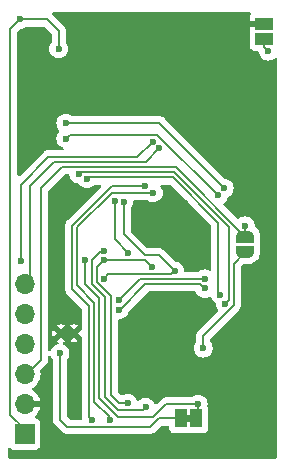
<source format=gbr>
%TF.GenerationSoftware,KiCad,Pcbnew,8.0.2-1*%
%TF.CreationDate,2025-02-04T16:39:29+07:00*%
%TF.ProjectId,ESP32-iPod-BLE,45535033-322d-4695-906f-642d424c452e,rev?*%
%TF.SameCoordinates,Original*%
%TF.FileFunction,Copper,L2,Bot*%
%TF.FilePolarity,Positive*%
%FSLAX46Y46*%
G04 Gerber Fmt 4.6, Leading zero omitted, Abs format (unit mm)*
G04 Created by KiCad (PCBNEW 8.0.2-1) date 2025-02-04 16:39:29*
%MOMM*%
%LPD*%
G01*
G04 APERTURE LIST*
G04 Aperture macros list*
%AMFreePoly0*
4,1,19,0.500000,-0.750000,0.000000,-0.750000,0.000000,-0.744911,-0.071157,-0.744911,-0.207708,-0.704816,-0.327430,-0.627875,-0.420627,-0.520320,-0.479746,-0.390866,-0.500000,-0.250000,-0.500000,0.250000,-0.479746,0.390866,-0.420627,0.520320,-0.327430,0.627875,-0.207708,0.704816,-0.071157,0.744911,0.000000,0.744911,0.000000,0.750000,0.500000,0.750000,0.500000,-0.750000,0.500000,-0.750000,
$1*%
%AMFreePoly1*
4,1,19,0.000000,0.744911,0.071157,0.744911,0.207708,0.704816,0.327430,0.627875,0.420627,0.520320,0.479746,0.390866,0.500000,0.250000,0.500000,-0.250000,0.479746,-0.390866,0.420627,-0.520320,0.327430,-0.627875,0.207708,-0.704816,0.071157,-0.744911,0.000000,-0.744911,0.000000,-0.750000,-0.500000,-0.750000,-0.500000,0.750000,0.000000,0.750000,0.000000,0.744911,0.000000,0.744911,
$1*%
G04 Aperture macros list end*
%TA.AperFunction,EtchedComponent*%
%ADD10C,0.000000*%
%TD*%
%TA.AperFunction,SMDPad,CuDef*%
%ADD11FreePoly0,270.000000*%
%TD*%
%TA.AperFunction,SMDPad,CuDef*%
%ADD12FreePoly1,270.000000*%
%TD*%
%TA.AperFunction,SMDPad,CuDef*%
%ADD13R,1.500000X1.000000*%
%TD*%
%TA.AperFunction,HeatsinkPad*%
%ADD14C,0.500000*%
%TD*%
%TA.AperFunction,HeatsinkPad*%
%ADD15R,1.600000X0.500000*%
%TD*%
%TA.AperFunction,SMDPad,CuDef*%
%ADD16R,1.000000X1.500000*%
%TD*%
%TA.AperFunction,ComponentPad*%
%ADD17O,1.700000X1.700000*%
%TD*%
%TA.AperFunction,ComponentPad*%
%ADD18R,1.700000X1.700000*%
%TD*%
%TA.AperFunction,ViaPad*%
%ADD19C,0.600000*%
%TD*%
%TA.AperFunction,Conductor*%
%ADD20C,0.200000*%
%TD*%
G04 APERTURE END LIST*
D10*
%TA.AperFunction,EtchedComponent*%
%TO.C,JP1*%
G36*
X119350000Y-104800000D02*
G01*
X118850000Y-104800000D01*
X118850000Y-104200000D01*
X119350000Y-104200000D01*
X119350000Y-104800000D01*
G37*
%TD.AperFunction*%
%TD*%
D11*
%TO.P,JP6,1,A*%
%TO.N,IO0*%
X123900000Y-89100000D03*
D12*
%TO.P,JP6,2,B*%
%TO.N,Net-(JP6-B)*%
X123900000Y-90399998D03*
%TD*%
D13*
%TO.P,JP2,2,B*%
%TO.N,Net-(D1-A)*%
X125500000Y-72399998D03*
%TO.P,JP2,1,A*%
%TO.N,GND*%
X125500000Y-71100000D03*
%TD*%
D14*
%TO.P,U1,7,PAD*%
%TO.N,GND*%
X109400000Y-97300000D03*
D15*
X108850000Y-97300000D03*
D14*
X108300000Y-97300000D03*
%TD*%
D16*
%TO.P,JP1,1,A*%
%TO.N,ENA*%
X118450001Y-104500000D03*
%TO.P,JP1,2,B*%
%TO.N,+1V8*%
X119749999Y-104500000D03*
%TD*%
D17*
%TO.P,J2,6,Pin_6*%
%TO.N,RX_0*%
X105200000Y-93100000D03*
%TO.P,J2,5,Pin_5*%
%TO.N,TX_0*%
X105200000Y-95640000D03*
%TO.P,J2,4,Pin_4*%
%TO.N,+3V3*%
X105200000Y-98180000D03*
%TO.P,J2,3,Pin_3*%
%TO.N,IO0*%
X105200000Y-100720001D03*
%TO.P,J2,2,Pin_2*%
%TO.N,GND*%
X105200000Y-103260000D03*
D18*
%TO.P,J2,1,Pin_1*%
%TO.N,RST*%
X105200000Y-105800000D03*
%TD*%
D19*
%TO.N,GND*%
X123300000Y-96100000D03*
X109600000Y-86300000D03*
X108600000Y-86300000D03*
X109600000Y-85100000D03*
X108600000Y-85100000D03*
X117850000Y-94500000D03*
X117250000Y-86300000D03*
X118020000Y-86310000D03*
X118800000Y-86300000D03*
X121970000Y-83330000D03*
X121970000Y-82490000D03*
X121960000Y-81680000D03*
%TO.N,MD1*%
X121587851Y-85614579D03*
X108700000Y-80800000D03*
%TO.N,MD0*%
X122100000Y-85000000D03*
X108700000Y-79500000D03*
%TO.N,TX_0*%
X104900000Y-91200000D03*
%TO.N,I2C_SDA_3V3*%
X113614145Y-86200000D03*
%TO.N,I2C_SCK_3V3*%
X114000000Y-90500000D03*
%TO.N,I2S_BCK_3V3*%
X121792892Y-94007108D03*
X110500000Y-84200000D03*
%TO.N,IO0*%
X123900000Y-88200000D03*
%TO.N,ADC_INT*%
X122200000Y-94788865D03*
X109800000Y-83800000D03*
%TO.N,Net-(JP6-B)*%
X120329962Y-98546542D03*
%TO.N,I2C_SDA_3V3*%
X111900000Y-92700000D03*
X117900001Y-92017686D03*
%TO.N,I2C_SDA_1V8*%
X116000000Y-91694062D03*
%TO.N,+1V8*%
X110300000Y-91100000D03*
%TO.N,I2C_SCK_1V8*%
X115450000Y-103550000D03*
X111900000Y-90300000D03*
%TO.N,I2C_SDA_1V8*%
X113950000Y-103200000D03*
X111900000Y-91100000D03*
%TO.N,+1V8*%
X119900000Y-103300000D03*
%TO.N,Net-(U3-VINL1{slash}VIN1P)*%
X113200000Y-94499997D03*
X120450000Y-92694062D03*
%TO.N,Net-(U3-VINR1{slash}VIN2P)*%
X113200000Y-95300000D03*
X120450000Y-93494065D03*
%TO.N,RST*%
X108100000Y-73200000D03*
%TO.N,ENA*%
X108200000Y-99000000D03*
%TO.N,RX_2*%
X110950000Y-104600000D03*
%TO.N,TX_2*%
X112400000Y-104600000D03*
%TO.N,Net-(D1-A)*%
X125825000Y-73400000D03*
%TO.N,GND*%
X116600000Y-74800000D03*
X114600000Y-73800000D03*
X112600000Y-73800000D03*
X114600000Y-74800000D03*
X115600000Y-73800000D03*
X113600000Y-73800000D03*
X111800000Y-106200000D03*
X114800000Y-106200000D03*
X116200000Y-106200000D03*
X111600000Y-73800000D03*
X112600000Y-74800000D03*
X111600000Y-74800000D03*
X115600000Y-74800000D03*
X110200000Y-106200000D03*
X113600000Y-74800000D03*
X113400000Y-106200000D03*
X116600000Y-73800000D03*
%TO.N,RX_0*%
X116615642Y-81643761D03*
%TO.N,RX_2*%
X115400000Y-84800000D03*
%TO.N,TX_2*%
X116100000Y-85400000D03*
%TO.N,TX_0*%
X116059143Y-81069032D03*
%TO.N,I2C_SCK_3V3*%
X112820417Y-86100000D03*
%TO.N,RST*%
X104800000Y-70720000D03*
%TD*%
D20*
%TO.N,I2S_BCK_3V3*%
X110600000Y-84100000D02*
X117768628Y-84100000D01*
X110500000Y-84200000D02*
X110600000Y-84100000D01*
X117768628Y-84100000D02*
X121600000Y-87931372D01*
X121600000Y-87931372D02*
X121600000Y-93814216D01*
X121600000Y-93814216D02*
X121792892Y-94007108D01*
%TO.N,ADC_INT*%
X109800000Y-83800000D02*
X110000000Y-83600000D01*
X110000000Y-83600000D02*
X117834314Y-83600000D01*
X117834314Y-83600000D02*
X122500000Y-88265686D01*
X122500000Y-94488865D02*
X122200000Y-94788865D01*
X122500000Y-88265686D02*
X122500000Y-94488865D01*
%TO.N,Net-(JP6-B)*%
X123900000Y-90399998D02*
X122900000Y-91399998D01*
X122900000Y-91399998D02*
X122900000Y-94937394D01*
X122900000Y-94937394D02*
X120329962Y-97507432D01*
X120329962Y-97507432D02*
X120329962Y-98546542D01*
%TO.N,RST*%
X105400000Y-105800000D02*
X105400000Y-105600000D01*
X104000000Y-71520000D02*
X104800000Y-70720000D01*
X105400000Y-105600000D02*
X104000000Y-104200000D01*
X104000000Y-104200000D02*
X104000000Y-71520000D01*
%TO.N,I2C_SDA_1V8*%
X116000000Y-91694062D02*
X115994062Y-91694062D01*
X115994062Y-91694062D02*
X115400000Y-91100000D01*
X115400000Y-91100000D02*
X111900000Y-91100000D01*
%TO.N,I2C_SDA_3V3*%
X117900001Y-92017686D02*
X117623625Y-92294062D01*
X117623625Y-92294062D02*
X112305938Y-92294062D01*
X112305938Y-92294062D02*
X111900000Y-92700000D01*
%TO.N,Net-(D1-A)*%
X125825000Y-73400000D02*
X125500000Y-73075000D01*
X125500000Y-73075000D02*
X125500000Y-72399998D01*
%TO.N,RST*%
X107140000Y-70720000D02*
X104800000Y-70720000D01*
X108100000Y-73200000D02*
X108100000Y-71680000D01*
X108100000Y-71680000D02*
X107140000Y-70720000D01*
%TO.N,Net-(U3-VINR1{slash}VIN2P)*%
X120450000Y-93494065D02*
X120249997Y-93294062D01*
X120201471Y-93294062D02*
X120027409Y-93120000D01*
X115428526Y-93120000D02*
X113248526Y-95300000D01*
X113248526Y-95300000D02*
X113200000Y-95300000D01*
X120027409Y-93120000D02*
X115428526Y-93120000D01*
X120249997Y-93294062D02*
X120201471Y-93294062D01*
%TO.N,Net-(U3-VINL1{slash}VIN1P)*%
X113200000Y-94499997D02*
X113719997Y-93980000D01*
X114975938Y-92694062D02*
X120450000Y-92694062D01*
X113719997Y-93980000D02*
X113719997Y-93950003D01*
X113719997Y-93950003D02*
X114975938Y-92694062D01*
X120450000Y-92694062D02*
X120450000Y-92784314D01*
%TO.N,+1V8*%
X116100000Y-104400000D02*
X113134314Y-104400000D01*
X111500000Y-102765686D02*
X111500000Y-94279901D01*
X119900000Y-103300000D02*
X119900000Y-104349999D01*
X110300000Y-93079901D02*
X110300000Y-91100000D01*
X119900000Y-104349999D02*
X119749999Y-104500000D01*
X119900000Y-103300000D02*
X117200000Y-103300000D01*
X117200000Y-103300000D02*
X116100000Y-104400000D01*
X113134314Y-104400000D02*
X111500000Y-102765686D01*
X111500000Y-94279901D02*
X110300000Y-93079901D01*
%TO.N,ENA*%
X115865686Y-105200000D02*
X116565686Y-104500000D01*
X108200000Y-104600000D02*
X108800000Y-105200000D01*
X108200000Y-99000000D02*
X108200000Y-104600000D01*
X108800000Y-105200000D02*
X115865686Y-105200000D01*
X116565686Y-104500000D02*
X118550000Y-104500000D01*
%TO.N,I2C_SDA_3V3*%
X113614145Y-88914145D02*
X115400000Y-90700000D01*
X113614145Y-86200000D02*
X113614145Y-88914145D01*
X115400000Y-90700000D02*
X116582315Y-90700000D01*
X116582315Y-90700000D02*
X117900001Y-92017686D01*
%TO.N,I2C_SCK_3V3*%
X112820417Y-89320417D02*
X114000000Y-90500000D01*
X112820417Y-86100000D02*
X112820417Y-89320417D01*
%TO.N,TX_2*%
X112400000Y-104600000D02*
X112400000Y-104400000D01*
X112400000Y-104400000D02*
X111100000Y-103100000D01*
X111100000Y-103100000D02*
X111100000Y-94700000D01*
X111100000Y-94700000D02*
X109632843Y-93232843D01*
X109632843Y-93232843D02*
X109632843Y-88332843D01*
X109632843Y-88332843D02*
X112565686Y-85400000D01*
X112565686Y-85400000D02*
X116100000Y-85400000D01*
%TO.N,RX_2*%
X110950000Y-104600000D02*
X110700000Y-104350000D01*
X110700000Y-104350000D02*
X110700000Y-95000000D01*
X110700000Y-95000000D02*
X109232843Y-93532843D01*
X109232843Y-93532843D02*
X109232843Y-88167157D01*
X109232843Y-88167157D02*
X112600000Y-84800000D01*
X112600000Y-84800000D02*
X115400000Y-84800000D01*
%TO.N,MD1*%
X116442304Y-80469032D02*
X121587851Y-85614579D01*
X109030968Y-80469032D02*
X116442304Y-80469032D01*
X108700000Y-80800000D02*
X109030968Y-80469032D01*
%TO.N,MD0*%
X116600000Y-79500000D02*
X108700000Y-79500000D01*
X122100000Y-85000000D02*
X116600000Y-79500000D01*
%TO.N,IO0*%
X105400000Y-100720001D02*
X106600000Y-99520001D01*
X106600000Y-99520001D02*
X106600000Y-85000000D01*
X108400000Y-83200000D02*
X118000000Y-83200000D01*
X106600000Y-85000000D02*
X108400000Y-83200000D01*
X118000000Y-83200000D02*
X123900000Y-89100000D01*
%TO.N,RX_0*%
X116615642Y-81643761D02*
X115459403Y-82800000D01*
X115459403Y-82800000D02*
X107700000Y-82800000D01*
X107700000Y-82800000D02*
X105700000Y-84800000D01*
X105700000Y-84800000D02*
X105700000Y-92800000D01*
X105700000Y-92800000D02*
X105400000Y-93100000D01*
%TO.N,TX_0*%
X104900000Y-91200000D02*
X104900000Y-84700000D01*
X107200000Y-82400000D02*
X114728175Y-82400000D01*
X114728175Y-82400000D02*
X116059143Y-81069032D01*
X104900000Y-84700000D02*
X107200000Y-82400000D01*
%TO.N,IO0*%
X123900000Y-89100000D02*
X123900000Y-88200000D01*
%TO.N,I2C_SCK_1V8*%
X111900000Y-90300000D02*
X111675736Y-90300000D01*
X112000000Y-102700000D02*
X113100000Y-103800000D01*
X110900000Y-93114215D02*
X112000000Y-94214215D01*
X115200000Y-103800000D02*
X115450000Y-103550000D01*
X111675736Y-90300000D02*
X110900000Y-91075736D01*
X110900000Y-91075736D02*
X110900000Y-93114215D01*
X112000000Y-94214215D02*
X112000000Y-102700000D01*
X113100000Y-103800000D02*
X115200000Y-103800000D01*
%TO.N,I2C_SDA_1V8*%
X113950000Y-103200000D02*
X113200000Y-103200000D01*
X111300000Y-92948529D02*
X111300000Y-91700000D01*
X113200000Y-103200000D02*
X112500000Y-102500000D01*
X112500000Y-102500000D02*
X112500000Y-94148529D01*
X112500000Y-94148529D02*
X111300000Y-92948529D01*
X111300000Y-91700000D02*
X111900000Y-91100000D01*
%TO.N,+1V8*%
X110200000Y-91000000D02*
X110300000Y-91100000D01*
%TD*%
%TA.AperFunction,Conductor*%
%TO.N,GND*%
G36*
X124318662Y-70120185D02*
G01*
X124364417Y-70172989D01*
X124374361Y-70242147D01*
X124350889Y-70298812D01*
X124306647Y-70357910D01*
X124306645Y-70357913D01*
X124256403Y-70492620D01*
X124256401Y-70492627D01*
X124250000Y-70552155D01*
X124250000Y-70850000D01*
X125626000Y-70850000D01*
X125693039Y-70869685D01*
X125738794Y-70922489D01*
X125750000Y-70974000D01*
X125750000Y-71226000D01*
X125730315Y-71293039D01*
X125677511Y-71338794D01*
X125626000Y-71350000D01*
X124250000Y-71350000D01*
X124250000Y-71647844D01*
X124256401Y-71707375D01*
X124258186Y-71714927D01*
X124256541Y-71715315D01*
X124260851Y-71775655D01*
X124255940Y-71792384D01*
X124255908Y-71792518D01*
X124249501Y-71852114D01*
X124249500Y-71852133D01*
X124249500Y-72947868D01*
X124249501Y-72947874D01*
X124255908Y-73007481D01*
X124306202Y-73142326D01*
X124306206Y-73142333D01*
X124392452Y-73257542D01*
X124392455Y-73257545D01*
X124507664Y-73343791D01*
X124507671Y-73343795D01*
X124552618Y-73360559D01*
X124642517Y-73394089D01*
X124702127Y-73400498D01*
X124908676Y-73400497D01*
X124975716Y-73420181D01*
X125021471Y-73472985D01*
X125031897Y-73510613D01*
X125039630Y-73579249D01*
X125099210Y-73749521D01*
X125099211Y-73749522D01*
X125195184Y-73902262D01*
X125322738Y-74029816D01*
X125475478Y-74125789D01*
X125645745Y-74185368D01*
X125645750Y-74185369D01*
X125824996Y-74205565D01*
X125825000Y-74205565D01*
X125825004Y-74205565D01*
X126004249Y-74185369D01*
X126004252Y-74185368D01*
X126004255Y-74185368D01*
X126174522Y-74125789D01*
X126327262Y-74029816D01*
X126387819Y-73969259D01*
X126449142Y-73935774D01*
X126518834Y-73940758D01*
X126574767Y-73982630D01*
X126599184Y-74048094D01*
X126599500Y-74056940D01*
X126599500Y-107775500D01*
X126579815Y-107842539D01*
X126527011Y-107888294D01*
X126475500Y-107899500D01*
X103924500Y-107899500D01*
X103857461Y-107879815D01*
X103811706Y-107827011D01*
X103800500Y-107775500D01*
X103800500Y-107111571D01*
X103820185Y-107044532D01*
X103872989Y-106998777D01*
X103942147Y-106988833D01*
X103998811Y-107012305D01*
X104107664Y-107093793D01*
X104107671Y-107093797D01*
X104242517Y-107144091D01*
X104242516Y-107144091D01*
X104249444Y-107144835D01*
X104302127Y-107150500D01*
X106097872Y-107150499D01*
X106157483Y-107144091D01*
X106292331Y-107093796D01*
X106407546Y-107007546D01*
X106493796Y-106892331D01*
X106544091Y-106757483D01*
X106550500Y-106697873D01*
X106550499Y-104902128D01*
X106544091Y-104842517D01*
X106540088Y-104831785D01*
X106493797Y-104707671D01*
X106493793Y-104707664D01*
X106407547Y-104592455D01*
X106407544Y-104592452D01*
X106292335Y-104506206D01*
X106292328Y-104506202D01*
X106160401Y-104456997D01*
X106104467Y-104415126D01*
X106080050Y-104349662D01*
X106094902Y-104281389D01*
X106116053Y-104253133D01*
X106238108Y-104131078D01*
X106373600Y-103937578D01*
X106473429Y-103723492D01*
X106473432Y-103723486D01*
X106530636Y-103510000D01*
X105633012Y-103510000D01*
X105665925Y-103452993D01*
X105700000Y-103325826D01*
X105700000Y-103194174D01*
X105665925Y-103067007D01*
X105633012Y-103010000D01*
X106530636Y-103010000D01*
X106530635Y-103009999D01*
X106473432Y-102796513D01*
X106473429Y-102796507D01*
X106373600Y-102582422D01*
X106373599Y-102582420D01*
X106238113Y-102388926D01*
X106238108Y-102388920D01*
X106071078Y-102221890D01*
X105885405Y-102091879D01*
X105841780Y-102037302D01*
X105834588Y-101967804D01*
X105866110Y-101905449D01*
X105885398Y-101888736D01*
X106071401Y-101758496D01*
X106238495Y-101591402D01*
X106374035Y-101397831D01*
X106473903Y-101183664D01*
X106535063Y-100955409D01*
X106555659Y-100720001D01*
X106536046Y-100495829D01*
X106549812Y-100427330D01*
X106571890Y-100397344D01*
X106958506Y-100010729D01*
X106958511Y-100010725D01*
X106968714Y-100000521D01*
X106968716Y-100000521D01*
X107080520Y-99888717D01*
X107156018Y-99757950D01*
X107159577Y-99751786D01*
X107200500Y-99599059D01*
X107200500Y-99440944D01*
X107200500Y-99297114D01*
X107220185Y-99230075D01*
X107272989Y-99184320D01*
X107342147Y-99174376D01*
X107405703Y-99203401D01*
X107441542Y-99256160D01*
X107474210Y-99349521D01*
X107499997Y-99390560D01*
X107567066Y-99497300D01*
X107570185Y-99502263D01*
X107572445Y-99505097D01*
X107573334Y-99507275D01*
X107573889Y-99508158D01*
X107573734Y-99508255D01*
X107598855Y-99569783D01*
X107599500Y-99582412D01*
X107599500Y-104513330D01*
X107599499Y-104513348D01*
X107599499Y-104679054D01*
X107599498Y-104679054D01*
X107607165Y-104707669D01*
X107640423Y-104831785D01*
X107663607Y-104871940D01*
X107719479Y-104968714D01*
X107719481Y-104968717D01*
X107838349Y-105087585D01*
X107838355Y-105087590D01*
X108315139Y-105564374D01*
X108315149Y-105564385D01*
X108319479Y-105568715D01*
X108319480Y-105568716D01*
X108431284Y-105680520D01*
X108513928Y-105728233D01*
X108518095Y-105730639D01*
X108518097Y-105730641D01*
X108552490Y-105750498D01*
X108568215Y-105759577D01*
X108720943Y-105800500D01*
X115779017Y-105800500D01*
X115779033Y-105800501D01*
X115786629Y-105800501D01*
X115944740Y-105800501D01*
X115944743Y-105800501D01*
X116097471Y-105759577D01*
X116147590Y-105730639D01*
X116234402Y-105680520D01*
X116346206Y-105568716D01*
X116346206Y-105568714D01*
X116356414Y-105558507D01*
X116356415Y-105558504D01*
X116778102Y-105136819D01*
X116839425Y-105103334D01*
X116865783Y-105100500D01*
X117325502Y-105100500D01*
X117392541Y-105120185D01*
X117438296Y-105172989D01*
X117449502Y-105224500D01*
X117449502Y-105297876D01*
X117455909Y-105357483D01*
X117506203Y-105492328D01*
X117506207Y-105492335D01*
X117592453Y-105607544D01*
X117592456Y-105607547D01*
X117707665Y-105693793D01*
X117707672Y-105693797D01*
X117842518Y-105744091D01*
X117842517Y-105744091D01*
X117849445Y-105744835D01*
X117902128Y-105750500D01*
X118997873Y-105750499D01*
X119057484Y-105744091D01*
X119065035Y-105742307D01*
X119065382Y-105743775D01*
X119126344Y-105739408D01*
X119141382Y-105743822D01*
X119142510Y-105744089D01*
X119142516Y-105744091D01*
X119202126Y-105750500D01*
X120297871Y-105750499D01*
X120357482Y-105744091D01*
X120492330Y-105693796D01*
X120607545Y-105607546D01*
X120693795Y-105492331D01*
X120744090Y-105357483D01*
X120750499Y-105297873D01*
X120750498Y-103702128D01*
X120744090Y-103642517D01*
X120695219Y-103511489D01*
X120688182Y-103454276D01*
X120705565Y-103300000D01*
X120704751Y-103292778D01*
X120685369Y-103120750D01*
X120685368Y-103120745D01*
X120650376Y-103020745D01*
X120625789Y-102950478D01*
X120529816Y-102797738D01*
X120402262Y-102670184D01*
X120249523Y-102574211D01*
X120079254Y-102514631D01*
X120079249Y-102514630D01*
X119900004Y-102494435D01*
X119899996Y-102494435D01*
X119720750Y-102514630D01*
X119720745Y-102514631D01*
X119550476Y-102574211D01*
X119397736Y-102670185D01*
X119394903Y-102672445D01*
X119392724Y-102673334D01*
X119391842Y-102673889D01*
X119391744Y-102673734D01*
X119330217Y-102698855D01*
X119317588Y-102699500D01*
X117286669Y-102699500D01*
X117286653Y-102699499D01*
X117279057Y-102699499D01*
X117120943Y-102699499D01*
X117013587Y-102728265D01*
X116968210Y-102740424D01*
X116968209Y-102740425D01*
X116933066Y-102760716D01*
X116933064Y-102760717D01*
X116831290Y-102819475D01*
X116831282Y-102819481D01*
X116719478Y-102931286D01*
X116386486Y-103264277D01*
X116325163Y-103297762D01*
X116255471Y-103292778D01*
X116199538Y-103250906D01*
X116181763Y-103217550D01*
X116175789Y-103200478D01*
X116134018Y-103134000D01*
X116079816Y-103047738D01*
X115952262Y-102920184D01*
X115947672Y-102917300D01*
X115799523Y-102824211D01*
X115629254Y-102764631D01*
X115629249Y-102764630D01*
X115450004Y-102744435D01*
X115449996Y-102744435D01*
X115270750Y-102764630D01*
X115270745Y-102764631D01*
X115100476Y-102824211D01*
X114947737Y-102920184D01*
X114903893Y-102964028D01*
X114842570Y-102997512D01*
X114772878Y-102992527D01*
X114716945Y-102950655D01*
X114699171Y-102917300D01*
X114675789Y-102850478D01*
X114656312Y-102819480D01*
X114579816Y-102697738D01*
X114452262Y-102570184D01*
X114363852Y-102514632D01*
X114299523Y-102474211D01*
X114129254Y-102414631D01*
X114129249Y-102414630D01*
X113950004Y-102394435D01*
X113949996Y-102394435D01*
X113770750Y-102414630D01*
X113770745Y-102414631D01*
X113600476Y-102474211D01*
X113514076Y-102528501D01*
X113446840Y-102547501D01*
X113380004Y-102527133D01*
X113360423Y-102511188D01*
X113136819Y-102287584D01*
X113103334Y-102226261D01*
X113100500Y-102199903D01*
X113100500Y-96227589D01*
X113120185Y-96160550D01*
X113172989Y-96114795D01*
X113210617Y-96104369D01*
X113379249Y-96085369D01*
X113379252Y-96085368D01*
X113379255Y-96085368D01*
X113549522Y-96025789D01*
X113702262Y-95929816D01*
X113829816Y-95802262D01*
X113925789Y-95649522D01*
X113985368Y-95479255D01*
X113989000Y-95447018D01*
X114016065Y-95382606D01*
X114024529Y-95373231D01*
X115640943Y-93756819D01*
X115702266Y-93723334D01*
X115728624Y-93720500D01*
X119593158Y-93720500D01*
X119660197Y-93740185D01*
X119705952Y-93792989D01*
X119710200Y-93803546D01*
X119724210Y-93843586D01*
X119724211Y-93843587D01*
X119820184Y-93996327D01*
X119947738Y-94123881D01*
X120021779Y-94170404D01*
X120051119Y-94188840D01*
X120100478Y-94219854D01*
X120169592Y-94244038D01*
X120270745Y-94279433D01*
X120270750Y-94279434D01*
X120449996Y-94299630D01*
X120450000Y-94299630D01*
X120450004Y-94299630D01*
X120629249Y-94279434D01*
X120629252Y-94279433D01*
X120629255Y-94279433D01*
X120799522Y-94219854D01*
X120847981Y-94189404D01*
X120915217Y-94170404D01*
X120982053Y-94190771D01*
X121027267Y-94244038D01*
X121030995Y-94253443D01*
X121067101Y-94356627D01*
X121067103Y-94356630D01*
X121163076Y-94509370D01*
X121290630Y-94636924D01*
X121337587Y-94666429D01*
X121383878Y-94718764D01*
X121394277Y-94781902D01*
X121394435Y-94781902D01*
X121394435Y-94782863D01*
X121394836Y-94785298D01*
X121394435Y-94788859D01*
X121394435Y-94788868D01*
X121414630Y-94968114D01*
X121414631Y-94968119D01*
X121474211Y-95138388D01*
X121566520Y-95285296D01*
X121585520Y-95352533D01*
X121565152Y-95419368D01*
X121549207Y-95438949D01*
X119961248Y-97026910D01*
X119849443Y-97138714D01*
X119849439Y-97138719D01*
X119825897Y-97179498D01*
X119825896Y-97179500D01*
X119770385Y-97275647D01*
X119729461Y-97428375D01*
X119729461Y-97428377D01*
X119729461Y-97596478D01*
X119729462Y-97596491D01*
X119729462Y-97964129D01*
X119709777Y-98031168D01*
X119702412Y-98041438D01*
X119700148Y-98044276D01*
X119604173Y-98197018D01*
X119544593Y-98367287D01*
X119544592Y-98367292D01*
X119524397Y-98546538D01*
X119524397Y-98546545D01*
X119544592Y-98725791D01*
X119544593Y-98725796D01*
X119604173Y-98896065D01*
X119669478Y-98999996D01*
X119700146Y-99048804D01*
X119827700Y-99176358D01*
X119980440Y-99272331D01*
X120051266Y-99297114D01*
X120150707Y-99331910D01*
X120150712Y-99331911D01*
X120329958Y-99352107D01*
X120329962Y-99352107D01*
X120329966Y-99352107D01*
X120509211Y-99331911D01*
X120509214Y-99331910D01*
X120509217Y-99331910D01*
X120679484Y-99272331D01*
X120832224Y-99176358D01*
X120959778Y-99048804D01*
X121055751Y-98896064D01*
X121115330Y-98725797D01*
X121123816Y-98650480D01*
X121135527Y-98546545D01*
X121135527Y-98546538D01*
X121115331Y-98367292D01*
X121115330Y-98367287D01*
X121082761Y-98274211D01*
X121055751Y-98197020D01*
X121034341Y-98162947D01*
X120959775Y-98044276D01*
X120957512Y-98041438D01*
X120956621Y-98039257D01*
X120956073Y-98038384D01*
X120956226Y-98038287D01*
X120931106Y-97976751D01*
X120930462Y-97964129D01*
X120930462Y-97807529D01*
X120950147Y-97740490D01*
X120966781Y-97719848D01*
X122141375Y-96545254D01*
X123380520Y-95306110D01*
X123459577Y-95169178D01*
X123500501Y-95016451D01*
X123500501Y-94858336D01*
X123500501Y-94850741D01*
X123500500Y-94850723D01*
X123500500Y-91700095D01*
X123520185Y-91633056D01*
X123536819Y-91612414D01*
X123707416Y-91441817D01*
X123768739Y-91408332D01*
X123795097Y-91405498D01*
X124165573Y-91405498D01*
X124165601Y-91405495D01*
X124221940Y-91405495D01*
X124221941Y-91405495D01*
X124355479Y-91386295D01*
X124355481Y-91386295D01*
X124361612Y-91385413D01*
X124364256Y-91385033D01*
X124364257Y-91385033D01*
X124502309Y-91344496D01*
X124633094Y-91284768D01*
X124754130Y-91206984D01*
X124862791Y-91112830D01*
X124862794Y-91112827D01*
X124957015Y-91004089D01*
X125034747Y-90883135D01*
X125094517Y-90752257D01*
X125135024Y-90614302D01*
X125155500Y-90471887D01*
X125155500Y-89899998D01*
X125150355Y-89828058D01*
X125139396Y-89790738D01*
X125135636Y-89738157D01*
X125155500Y-89600000D01*
X125155500Y-89028111D01*
X125135024Y-88885696D01*
X125094517Y-88747741D01*
X125034747Y-88616863D01*
X124960623Y-88501523D01*
X124959802Y-88500081D01*
X124957011Y-88495901D01*
X124862792Y-88387169D01*
X124862789Y-88387166D01*
X124750783Y-88290113D01*
X124751677Y-88289081D01*
X124713379Y-88237909D01*
X124707760Y-88206760D01*
X124706345Y-88206920D01*
X124685369Y-88020750D01*
X124685368Y-88020745D01*
X124655493Y-87935367D01*
X124625789Y-87850478D01*
X124529816Y-87697738D01*
X124402262Y-87570184D01*
X124249523Y-87474211D01*
X124079254Y-87414631D01*
X124079249Y-87414630D01*
X123900004Y-87394435D01*
X123899996Y-87394435D01*
X123720750Y-87414630D01*
X123720745Y-87414631D01*
X123550476Y-87474211D01*
X123397734Y-87570186D01*
X123397731Y-87570188D01*
X123396245Y-87571675D01*
X123395049Y-87572327D01*
X123392290Y-87574528D01*
X123391904Y-87574044D01*
X123334916Y-87605150D01*
X123265225Y-87600155D01*
X123220896Y-87571661D01*
X122078917Y-86429682D01*
X122045432Y-86368359D01*
X122050416Y-86298667D01*
X122085772Y-86249902D01*
X122085189Y-86249319D01*
X122088848Y-86245659D01*
X122089292Y-86245048D01*
X122090097Y-86244404D01*
X122090113Y-86244395D01*
X122217667Y-86116841D01*
X122313640Y-85964101D01*
X122369982Y-85803083D01*
X122410704Y-85746308D01*
X122446075Y-85726994D01*
X122449522Y-85725789D01*
X122602262Y-85629816D01*
X122729816Y-85502262D01*
X122825789Y-85349522D01*
X122885368Y-85179255D01*
X122905565Y-85000000D01*
X122903916Y-84985369D01*
X122885369Y-84820750D01*
X122885368Y-84820745D01*
X122856001Y-84736818D01*
X122825789Y-84650478D01*
X122729816Y-84497738D01*
X122602262Y-84370184D01*
X122494165Y-84302262D01*
X122449521Y-84274210D01*
X122279249Y-84214630D01*
X122192331Y-84204837D01*
X122127917Y-84177770D01*
X122118534Y-84169298D01*
X117087590Y-79138355D01*
X117087588Y-79138352D01*
X116968717Y-79019481D01*
X116968709Y-79019475D01*
X116866936Y-78960717D01*
X116866934Y-78960716D01*
X116831790Y-78940425D01*
X116831789Y-78940424D01*
X116819263Y-78937067D01*
X116679057Y-78899499D01*
X116520943Y-78899499D01*
X116513347Y-78899499D01*
X116513331Y-78899500D01*
X109282412Y-78899500D01*
X109215373Y-78879815D01*
X109205097Y-78872445D01*
X109202263Y-78870185D01*
X109202262Y-78870184D01*
X109145496Y-78834515D01*
X109049523Y-78774211D01*
X108879254Y-78714631D01*
X108879249Y-78714630D01*
X108700004Y-78694435D01*
X108699996Y-78694435D01*
X108520750Y-78714630D01*
X108520745Y-78714631D01*
X108350476Y-78774211D01*
X108197737Y-78870184D01*
X108070184Y-78997737D01*
X107974211Y-79150476D01*
X107914631Y-79320745D01*
X107914630Y-79320750D01*
X107894435Y-79499996D01*
X107894435Y-79500003D01*
X107914630Y-79679249D01*
X107914631Y-79679254D01*
X107974211Y-79849523D01*
X108070184Y-80002262D01*
X108130241Y-80062319D01*
X108163726Y-80123642D01*
X108158742Y-80193334D01*
X108130241Y-80237681D01*
X108070184Y-80297737D01*
X107974211Y-80450476D01*
X107914631Y-80620745D01*
X107914630Y-80620750D01*
X107894435Y-80799996D01*
X107894435Y-80800003D01*
X107914630Y-80979249D01*
X107914631Y-80979254D01*
X107974211Y-81149523D01*
X108052888Y-81274735D01*
X108070184Y-81302262D01*
X108197738Y-81429816D01*
X108350478Y-81525789D01*
X108443840Y-81558458D01*
X108500617Y-81599180D01*
X108526364Y-81664133D01*
X108512908Y-81732694D01*
X108464521Y-81783097D01*
X108402886Y-81799500D01*
X107279057Y-81799500D01*
X107120942Y-81799500D01*
X106968215Y-81840423D01*
X106968214Y-81840423D01*
X106968212Y-81840424D01*
X106968209Y-81840425D01*
X106918096Y-81869359D01*
X106918095Y-81869360D01*
X106874689Y-81894420D01*
X106831285Y-81919479D01*
X106831282Y-81919481D01*
X104812181Y-83938583D01*
X104750858Y-83972068D01*
X104681166Y-83967084D01*
X104625233Y-83925212D01*
X104600816Y-83859748D01*
X104600500Y-83850902D01*
X104600500Y-71820096D01*
X104620185Y-71753057D01*
X104636815Y-71732419D01*
X104818535Y-71550698D01*
X104879856Y-71517215D01*
X104892311Y-71515163D01*
X104979255Y-71505368D01*
X105149522Y-71445789D01*
X105302262Y-71349816D01*
X105302267Y-71349810D01*
X105305097Y-71347555D01*
X105307275Y-71346665D01*
X105308158Y-71346111D01*
X105308255Y-71346265D01*
X105369783Y-71321145D01*
X105382412Y-71320500D01*
X106839903Y-71320500D01*
X106906942Y-71340185D01*
X106927584Y-71356819D01*
X107463181Y-71892416D01*
X107496666Y-71953739D01*
X107499500Y-71980097D01*
X107499500Y-72617587D01*
X107479815Y-72684626D01*
X107472450Y-72694896D01*
X107470186Y-72697734D01*
X107374211Y-72850476D01*
X107314631Y-73020745D01*
X107314630Y-73020750D01*
X107294435Y-73199996D01*
X107294435Y-73200003D01*
X107314630Y-73379249D01*
X107314631Y-73379254D01*
X107374211Y-73549523D01*
X107470184Y-73702262D01*
X107597738Y-73829816D01*
X107750478Y-73925789D01*
X107874708Y-73969259D01*
X107920745Y-73985368D01*
X107920750Y-73985369D01*
X108099996Y-74005565D01*
X108100000Y-74005565D01*
X108100004Y-74005565D01*
X108279249Y-73985369D01*
X108279252Y-73985368D01*
X108279255Y-73985368D01*
X108449522Y-73925789D01*
X108602262Y-73829816D01*
X108729816Y-73702262D01*
X108825789Y-73549522D01*
X108885368Y-73379255D01*
X108885369Y-73379249D01*
X108905565Y-73200003D01*
X108905565Y-73199996D01*
X108885369Y-73020750D01*
X108885368Y-73020745D01*
X108825788Y-72850476D01*
X108729813Y-72697734D01*
X108727550Y-72694896D01*
X108726659Y-72692715D01*
X108726111Y-72691842D01*
X108726264Y-72691745D01*
X108701144Y-72630209D01*
X108700500Y-72617587D01*
X108700500Y-71769059D01*
X108700501Y-71769046D01*
X108700501Y-71600945D01*
X108700501Y-71600943D01*
X108659577Y-71448215D01*
X108602766Y-71349816D01*
X108580520Y-71311284D01*
X108468716Y-71199480D01*
X108468715Y-71199479D01*
X108464385Y-71195149D01*
X108464374Y-71195139D01*
X107627590Y-70358355D01*
X107627588Y-70358352D01*
X107581417Y-70312181D01*
X107547932Y-70250858D01*
X107552916Y-70181166D01*
X107594788Y-70125233D01*
X107660252Y-70100816D01*
X107669098Y-70100500D01*
X124251623Y-70100500D01*
X124318662Y-70120185D01*
G37*
%TD.AperFunction*%
%TA.AperFunction,Conductor*%
G36*
X108950717Y-83820185D02*
G01*
X108996472Y-83872989D01*
X109006898Y-83910617D01*
X109014630Y-83979249D01*
X109074210Y-84149521D01*
X109086637Y-84169298D01*
X109170184Y-84302262D01*
X109297738Y-84429816D01*
X109388080Y-84486582D01*
X109405833Y-84497737D01*
X109450478Y-84525789D01*
X109620745Y-84585368D01*
X109620750Y-84585369D01*
X109750803Y-84600022D01*
X109815217Y-84627088D01*
X109841912Y-84657268D01*
X109870184Y-84702262D01*
X109997738Y-84829816D01*
X110150478Y-84925789D01*
X110320745Y-84985368D01*
X110320750Y-84985369D01*
X110499996Y-85005565D01*
X110500000Y-85005565D01*
X110500004Y-85005565D01*
X110679249Y-84985369D01*
X110679252Y-84985368D01*
X110679255Y-84985368D01*
X110849522Y-84925789D01*
X111002262Y-84829816D01*
X111095260Y-84736818D01*
X111156584Y-84703334D01*
X111182941Y-84700500D01*
X111550903Y-84700500D01*
X111617942Y-84720185D01*
X111663697Y-84772989D01*
X111673641Y-84842147D01*
X111644616Y-84905703D01*
X111638584Y-84912179D01*
X110230551Y-86320213D01*
X108864129Y-87686635D01*
X108752324Y-87798439D01*
X108752322Y-87798442D01*
X108702204Y-87885251D01*
X108702202Y-87885253D01*
X108673268Y-87935366D01*
X108673267Y-87935367D01*
X108673266Y-87935372D01*
X108632342Y-88088100D01*
X108632342Y-88088102D01*
X108632342Y-88256203D01*
X108632343Y-88256216D01*
X108632343Y-93446173D01*
X108632342Y-93446191D01*
X108632342Y-93611897D01*
X108632341Y-93611897D01*
X108643157Y-93652261D01*
X108673266Y-93764628D01*
X108673267Y-93764629D01*
X108689311Y-93792420D01*
X108689312Y-93792421D01*
X108752318Y-93901552D01*
X108752324Y-93901560D01*
X108871192Y-94020428D01*
X108871198Y-94020433D01*
X110063181Y-95212416D01*
X110096666Y-95273739D01*
X110099500Y-95300097D01*
X110099500Y-96902690D01*
X110079815Y-96969729D01*
X110063181Y-96990371D01*
X109753553Y-97299999D01*
X109753553Y-97300001D01*
X110063181Y-97609629D01*
X110096666Y-97670952D01*
X110099500Y-97697310D01*
X110099500Y-104263330D01*
X110099499Y-104263348D01*
X110099499Y-104270943D01*
X110099499Y-104429057D01*
X110103343Y-104443406D01*
X110101683Y-104513254D01*
X110062522Y-104571117D01*
X109998294Y-104598623D01*
X109983570Y-104599500D01*
X109100097Y-104599500D01*
X109033058Y-104579815D01*
X109012416Y-104563181D01*
X108836819Y-104387584D01*
X108803334Y-104326261D01*
X108800500Y-104299903D01*
X108800500Y-99582412D01*
X108820185Y-99515373D01*
X108827555Y-99505097D01*
X108829810Y-99502267D01*
X108829816Y-99502262D01*
X108925789Y-99349522D01*
X108985368Y-99179255D01*
X108985369Y-99179249D01*
X109005565Y-99000003D01*
X109005565Y-98999996D01*
X108985369Y-98820750D01*
X108985368Y-98820745D01*
X108944127Y-98702885D01*
X108925789Y-98650478D01*
X108829816Y-98497738D01*
X108702262Y-98370184D01*
X108697651Y-98367287D01*
X108549523Y-98274211D01*
X108502582Y-98257786D01*
X108445806Y-98217064D01*
X108420059Y-98152111D01*
X108433515Y-98083550D01*
X108481902Y-98033147D01*
X108502582Y-98023703D01*
X108626713Y-97980266D01*
X108626714Y-97980266D01*
X109073285Y-97980266D01*
X109232056Y-98035824D01*
X109399996Y-98054746D01*
X109400004Y-98054746D01*
X109567943Y-98035824D01*
X109726713Y-97980267D01*
X109726714Y-97980266D01*
X109400001Y-97653553D01*
X109400000Y-97653553D01*
X109073285Y-97980266D01*
X108626714Y-97980266D01*
X108300001Y-97653553D01*
X108300000Y-97653553D01*
X107973285Y-97980266D01*
X107997417Y-97988711D01*
X108054193Y-98029432D01*
X108079940Y-98094385D01*
X108066484Y-98162947D01*
X108018096Y-98213349D01*
X107997417Y-98222793D01*
X107850480Y-98274209D01*
X107697737Y-98370184D01*
X107570184Y-98497737D01*
X107474209Y-98650480D01*
X107441541Y-98743840D01*
X107400820Y-98800616D01*
X107335867Y-98826363D01*
X107267305Y-98812907D01*
X107216903Y-98764519D01*
X107200500Y-98702885D01*
X107200500Y-97299996D01*
X107545254Y-97299996D01*
X107545254Y-97300003D01*
X107564175Y-97467938D01*
X107564176Y-97467943D01*
X107619732Y-97626714D01*
X107946447Y-97300000D01*
X107926556Y-97280109D01*
X108200000Y-97280109D01*
X108200000Y-97319891D01*
X108215224Y-97356645D01*
X108243355Y-97384776D01*
X108280109Y-97400000D01*
X108319891Y-97400000D01*
X108356645Y-97384776D01*
X108384776Y-97356645D01*
X108400000Y-97319891D01*
X108400000Y-97300000D01*
X108653553Y-97300000D01*
X108850000Y-97496447D01*
X109046447Y-97300000D01*
X109026556Y-97280109D01*
X109300000Y-97280109D01*
X109300000Y-97319891D01*
X109315224Y-97356645D01*
X109343355Y-97384776D01*
X109380109Y-97400000D01*
X109419891Y-97400000D01*
X109456645Y-97384776D01*
X109484776Y-97356645D01*
X109500000Y-97319891D01*
X109500000Y-97280109D01*
X109484776Y-97243355D01*
X109456645Y-97215224D01*
X109419891Y-97200000D01*
X109380109Y-97200000D01*
X109343355Y-97215224D01*
X109315224Y-97243355D01*
X109300000Y-97280109D01*
X109026556Y-97280109D01*
X108850000Y-97103553D01*
X108653553Y-97300000D01*
X108400000Y-97300000D01*
X108400000Y-97280109D01*
X108384776Y-97243355D01*
X108356645Y-97215224D01*
X108319891Y-97200000D01*
X108280109Y-97200000D01*
X108243355Y-97215224D01*
X108215224Y-97243355D01*
X108200000Y-97280109D01*
X107926556Y-97280109D01*
X107619732Y-96973285D01*
X107564176Y-97132053D01*
X107564175Y-97132058D01*
X107545254Y-97299996D01*
X107200500Y-97299996D01*
X107200500Y-96619732D01*
X107973285Y-96619732D01*
X108300000Y-96946447D01*
X108300001Y-96946447D01*
X108626714Y-96619732D01*
X109073285Y-96619732D01*
X109400000Y-96946447D01*
X109400001Y-96946447D01*
X109726714Y-96619732D01*
X109567943Y-96564176D01*
X109567938Y-96564175D01*
X109400004Y-96545254D01*
X109399996Y-96545254D01*
X109232058Y-96564175D01*
X109232053Y-96564176D01*
X109073285Y-96619732D01*
X108626714Y-96619732D01*
X108467943Y-96564176D01*
X108467938Y-96564175D01*
X108300004Y-96545254D01*
X108299996Y-96545254D01*
X108132058Y-96564175D01*
X108132053Y-96564176D01*
X107973285Y-96619732D01*
X107200500Y-96619732D01*
X107200500Y-85300097D01*
X107220185Y-85233058D01*
X107236819Y-85212416D01*
X108612416Y-83836819D01*
X108673739Y-83803334D01*
X108700097Y-83800500D01*
X108883678Y-83800500D01*
X108950717Y-83820185D01*
G37*
%TD.AperFunction*%
%TA.AperFunction,Conductor*%
G36*
X117535570Y-84720185D02*
G01*
X117556212Y-84736819D01*
X120963181Y-88143788D01*
X120996666Y-88205111D01*
X120999500Y-88231469D01*
X120999500Y-91869565D01*
X120979815Y-91936604D01*
X120927011Y-91982359D01*
X120857853Y-91992303D01*
X120809532Y-91974561D01*
X120799526Y-91968274D01*
X120629254Y-91908693D01*
X120629249Y-91908692D01*
X120450004Y-91888497D01*
X120449996Y-91888497D01*
X120270750Y-91908692D01*
X120270745Y-91908693D01*
X120100476Y-91968273D01*
X119947736Y-92064247D01*
X119944903Y-92066507D01*
X119942724Y-92067396D01*
X119941842Y-92067951D01*
X119941744Y-92067796D01*
X119880217Y-92092917D01*
X119867588Y-92093562D01*
X118824928Y-92093562D01*
X118757889Y-92073877D01*
X118712134Y-92021073D01*
X118701708Y-91983445D01*
X118685370Y-91838436D01*
X118685369Y-91838431D01*
X118625789Y-91668162D01*
X118529816Y-91515423D01*
X118402263Y-91387870D01*
X118249522Y-91291896D01*
X118079250Y-91232316D01*
X117992331Y-91222523D01*
X117927917Y-91195456D01*
X117918534Y-91186984D01*
X117069905Y-90338355D01*
X117069903Y-90338352D01*
X116951032Y-90219481D01*
X116951031Y-90219480D01*
X116862233Y-90168213D01*
X116814100Y-90140423D01*
X116661372Y-90099499D01*
X116503258Y-90099499D01*
X116495662Y-90099499D01*
X116495646Y-90099500D01*
X115700097Y-90099500D01*
X115633058Y-90079815D01*
X115612416Y-90063181D01*
X114250964Y-88701729D01*
X114217479Y-88640406D01*
X114214645Y-88614048D01*
X114214645Y-86782412D01*
X114234330Y-86715373D01*
X114241700Y-86705097D01*
X114243955Y-86702267D01*
X114243961Y-86702262D01*
X114339934Y-86549522D01*
X114399513Y-86379255D01*
X114400741Y-86368359D01*
X114419710Y-86200003D01*
X114419710Y-86199996D01*
X114412768Y-86138383D01*
X114424823Y-86069561D01*
X114472172Y-86018182D01*
X114535988Y-86000500D01*
X115517588Y-86000500D01*
X115584627Y-86020185D01*
X115594903Y-86027555D01*
X115597736Y-86029814D01*
X115597738Y-86029816D01*
X115750478Y-86125789D01*
X115786470Y-86138383D01*
X115920745Y-86185368D01*
X115920750Y-86185369D01*
X116099996Y-86205565D01*
X116100000Y-86205565D01*
X116100004Y-86205565D01*
X116279249Y-86185369D01*
X116279252Y-86185368D01*
X116279255Y-86185368D01*
X116449522Y-86125789D01*
X116602262Y-86029816D01*
X116729816Y-85902262D01*
X116825789Y-85749522D01*
X116885368Y-85579255D01*
X116905565Y-85400000D01*
X116886755Y-85233058D01*
X116885369Y-85220750D01*
X116885368Y-85220745D01*
X116825788Y-85050476D01*
X116779319Y-84976521D01*
X116729816Y-84897738D01*
X116729815Y-84897737D01*
X116726111Y-84891842D01*
X116728409Y-84890397D01*
X116706659Y-84837151D01*
X116719401Y-84768453D01*
X116767261Y-84717550D01*
X116830012Y-84700500D01*
X117468531Y-84700500D01*
X117535570Y-84720185D01*
G37*
%TD.AperFunction*%
%TD*%
M02*

</source>
